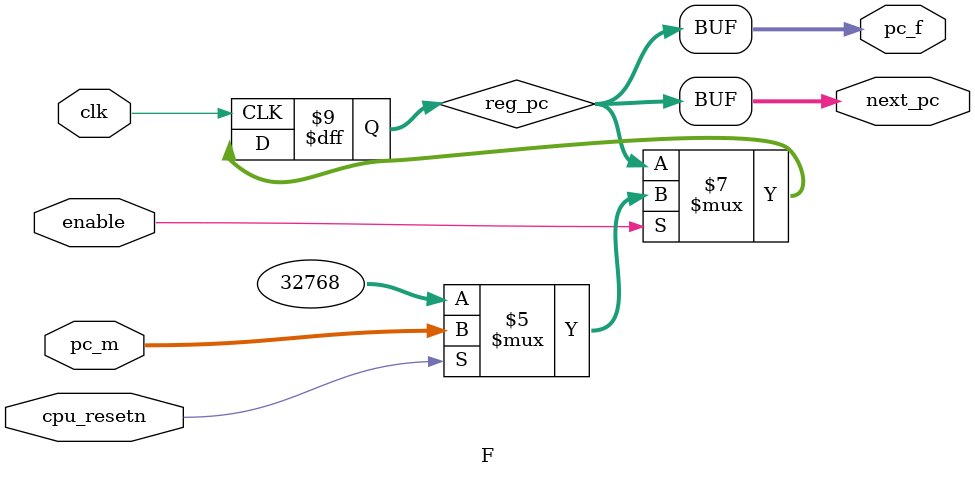
<source format=v>
`timescale 1ns / 1ps
`include "define.vh"


// Fetch
module F(input wire clk, input wire enable, input wire cpu_resetn, input wire[31:0] pc_m, output wire [31:0] pc_f, output wire [31:0] next_pc);
    reg [31:0] reg_pc;
    initial reg_pc = 32'h8000; // 8000
    always @(posedge clk) begin
        if (enable) begin
            if (!cpu_resetn) reg_pc <= 32'h8000; // 8000
            else reg_pc <= pc_m;
            // $display("Fetch");
            // $display(reg_pc);
        end
    end
    assign pc_f = reg_pc;
    assign next_pc = reg_pc;
endmodule
</source>
